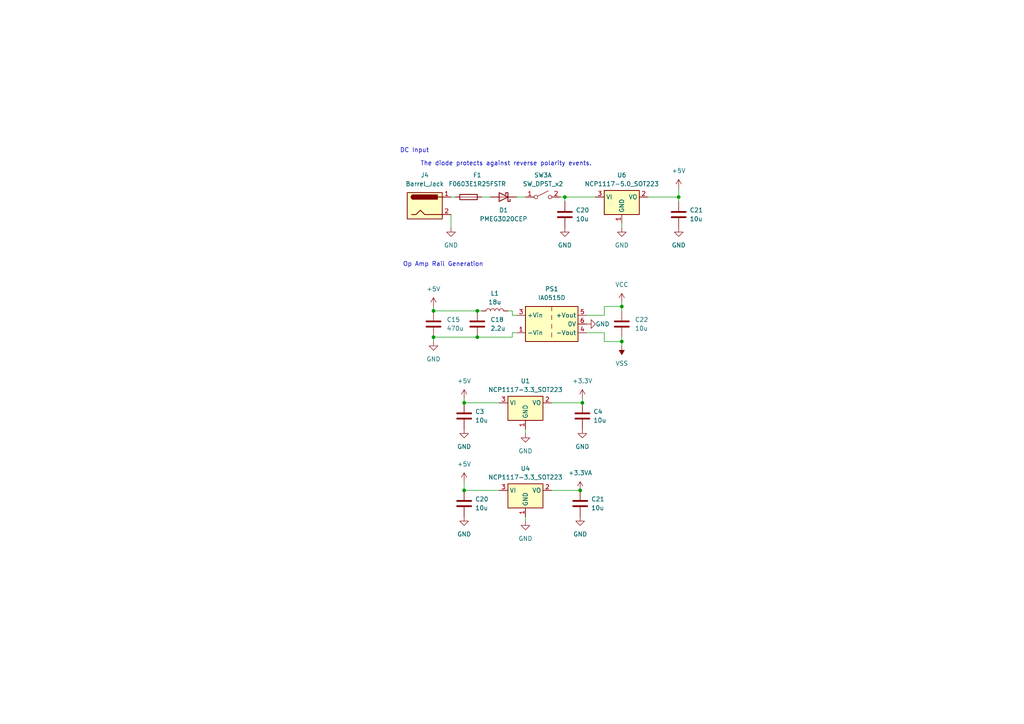
<source format=kicad_sch>
(kicad_sch (version 20230121) (generator eeschema)
  (paper "A4")
  (lib_symbols
    (symbol "Connector:Barrel_Jack" (pin_names (offset 1.016))
      (property "Reference" "J" (at 0 5.334 0))
      (property "Value" "Barrel_Jack" (at 0 -5.08 0))
      (symbol "Barrel_Jack_0_1"
        (rectangle (start -5.08 3.81) (end 5.08 -3.81) (stroke (width 0.254)) (fill (type background)))
        (arc (start -3.302 3.175) (mid -3.9343 2.54) (end -3.302 1.905) (stroke (width 0.254)))
        (arc (start -3.302 3.175) (mid -3.9343 2.54) (end -3.302 1.905) (stroke (width 0.254)) (fill (type outline)))
        (polyline (pts (xy 5.08 2.54) (xy 3.81 2.54)) (stroke (width 0.254)))
        (polyline (pts (xy -3.81 -2.54) (xy -2.54 -2.54) (xy -1.27 -1.27) (xy 0 -2.54) (xy 2.54 -2.54) (xy 5.08 -2.54)) (stroke (width 0.254)))
        (rectangle (start 3.683 3.175) (end -3.302 1.905) (stroke (width 0.254)) (fill (type outline)))
      )
      (symbol "Barrel_Jack_1_1"
        (pin passive line (at 7.62 2.54 180) (length 2.54) (name "~") (number "1"))
        (pin passive line (at 7.62 -2.54 180) (length 2.54) (name "~") (number "2"))
      )
    )
    (symbol "Converter_DCDC:IA0515D"
      (property "Reference" "PS" (at -7.62 6.35 0))
      (property "Value" "IA0515D" (at 1.27 6.35 0))
      (symbol "IA0515D_0_0"
        (pin power_in line (at -10.16 -2.54 0) (length 2.54) (name "-Vin") (number "1"))
        (pin power_in line (at -10.16 2.54 0) (length 2.54) (name "+Vin") (number "3"))
        (pin power_out line (at 10.16 -2.54 180) (length 2.54) (name "-Vout") (number "4"))
        (pin power_out line (at 10.16 2.54 180) (length 2.54) (name "+Vout") (number "5"))
        (pin power_out line (at 10.16 0 180) (length 2.54) (name "0V") (number "6"))
      )
      (symbol "IA0515D_0_1"
        (rectangle (start -7.62 5.08) (end 7.62 -5.08) (stroke (width 0.254)) (fill (type background)))
        (polyline (pts (xy 0 -2.54) (xy 0 -3.81)))
        (polyline (pts (xy 0 0) (xy 0 -1.27)))
        (polyline (pts (xy 0 2.54) (xy 0 1.27)))
        (polyline (pts (xy 0 5.08) (xy 0 3.81)))
      )
      (symbol "IA0515D_1_1"
        (pin no_connect line (at 0 -5.08 90) (length 2.54) hide (name "NC") (number "2"))
      )
    )
    (symbol "Device:C" (pin_numbers hide) (pin_names (offset 0.254))
      (property "Reference" "C" (at 0.635 2.54 0))
      (property "Value" "C" (at 0.635 -2.54 0))
      (symbol "C_0_1"
        (polyline (pts (xy -2.032 -0.762) (xy 2.032 -0.762)) (stroke (width 0.508)))
        (polyline (pts (xy -2.032 0.762) (xy 2.032 0.762)) (stroke (width 0.508)))
      )
      (symbol "C_1_1"
        (pin passive line (at 0 3.81 270) (length 2.794) (name "~") (number "1"))
        (pin passive line (at 0 -3.81 90) (length 2.794) (name "~") (number "2"))
      )
    )
    (symbol "Device:D_Schottky" (pin_numbers hide) (pin_names (offset 1.016) hide)
      (property "Reference" "D" (at 0 2.54 0))
      (property "Value" "D_Schottky" (at 0 -2.54 0))
      (symbol "D_Schottky_0_1"
        (polyline (pts (xy 1.27 0) (xy -1.27 0)))
        (polyline (pts (xy 1.27 1.27) (xy 1.27 -1.27) (xy -1.27 0) (xy 1.27 1.27)) (stroke (width 0.254)))
        (polyline (pts (xy -1.905 0.635) (xy -1.905 1.27) (xy -1.27 1.27) (xy -1.27 -1.27) (xy -0.635 -1.27) (xy -0.635 -0.635)) (stroke (width 0.254)))
      )
      (symbol "D_Schottky_1_1"
        (pin passive line (at -3.81 0 0) (length 2.54) (name "K") (number "1"))
        (pin passive line (at 3.81 0 180) (length 2.54) (name "A") (number "2"))
      )
    )
    (symbol "Device:Fuse" (pin_numbers hide) (pin_names (offset 0))
      (property "Reference" "F" (at 2.032 0 90))
      (property "Value" "Fuse" (at -1.905 0 90))
      (symbol "Fuse_0_1"
        (rectangle (start -0.762 -2.54) (end 0.762 2.54) (stroke (width 0.254)))
        (polyline (pts (xy 0 2.54) (xy 0 -2.54)))
      )
      (symbol "Fuse_1_1"
        (pin passive line (at 0 3.81 270) (length 1.27) (name "~") (number "1"))
        (pin passive line (at 0 -3.81 90) (length 1.27) (name "~") (number "2"))
      )
    )
    (symbol "Device:L" (pin_numbers hide) (pin_names (offset 1.016) hide)
      (property "Reference" "L" (at -1.27 0 90))
      (property "Value" "L" (at 1.905 0 90))
      (symbol "L_0_1"
        (arc (start 0 -2.54) (mid 0.6323 -1.905) (end 0 -1.27))
        (arc (start 0 -1.27) (mid 0.6323 -0.635) (end 0 0))
        (arc (start 0 0) (mid 0.6323 0.635) (end 0 1.27))
        (arc (start 0 1.27) (mid 0.6323 1.905) (end 0 2.54))
      )
      (symbol "L_1_1"
        (pin passive line (at 0 3.81 270) (length 1.27) (name "1") (number "1"))
        (pin passive line (at 0 -3.81 90) (length 1.27) (name "2") (number "2"))
      )
    )
    (symbol "Regulator_Linear:NCP1117-3.3_SOT223"
      (property "Reference" "U" (at -3.81 3.175 0))
      (property "Value" "NCP1117-3.3_SOT223" (at 0 3.175 0))
      (symbol "NCP1117-3.3_SOT223_0_1"
        (rectangle (start -5.08 -5.08) (end 5.08 1.905) (stroke (width 0.254)) (fill (type background)))
      )
      (symbol "NCP1117-3.3_SOT223_1_1"
        (pin power_in line (at 0 -7.62 90) (length 2.54) (name "GND") (number "1"))
        (pin power_out line (at 7.62 0 180) (length 2.54) (name "VO") (number "2"))
        (pin power_in line (at -7.62 0 0) (length 2.54) (name "VI") (number "3"))
      )
    )
    (symbol "Regulator_Linear:NCP1117-5.0_SOT223"
      (property "Reference" "U" (at -3.81 3.175 0))
      (property "Value" "NCP1117-5.0_SOT223" (at 0 3.175 0))
      (symbol "NCP1117-5.0_SOT223_0_1"
        (rectangle (start -5.08 -5.08) (end 5.08 1.905) (stroke (width 0.254)) (fill (type background)))
      )
      (symbol "NCP1117-5.0_SOT223_1_1"
        (pin power_in line (at 0 -7.62 90) (length 2.54) (name "GND") (number "1"))
        (pin power_out line (at 7.62 0 180) (length 2.54) (name "VO") (number "2"))
        (pin power_in line (at -7.62 0 0) (length 2.54) (name "VI") (number "3"))
      )
    )
    (symbol "Switch:SW_DPST_x2" (pin_names (offset 0) hide)
      (property "Reference" "SW" (at 0 3.175 0))
      (property "Value" "SW_DPST_x2" (at 0 -2.54 0))
      (symbol "SW_DPST_x2_0_0"
        (circle (center -2.032 0) (radius 0.508))
        (polyline (pts (xy -1.524 0.254) (xy 1.524 1.778)))
        (circle (center 2.032 0) (radius 0.508))
      )
      (symbol "SW_DPST_x2_1_1"
        (pin passive line (at -5.08 0 0) (length 2.54) (name "A") (number "1"))
        (pin passive line (at 5.08 0 180) (length 2.54) (name "B") (number "2"))
      )
      (symbol "SW_DPST_x2_2_1"
        (pin passive line (at -5.08 0 0) (length 2.54) (name "A") (number "3"))
        (pin passive line (at 5.08 0 180) (length 2.54) (name "B") (number "4"))
      )
    )
    (symbol "power:+3.3V" (power) (pin_names (offset 0))
      (property "Value" "+3.3V" (at 0 3.556 0))
      (symbol "+3.3V_0_1"
        (polyline (pts (xy -0.762 1.27) (xy 0 2.54)))
        (polyline (pts (xy 0 0) (xy 0 2.54)))
        (polyline (pts (xy 0 2.54) (xy 0.762 1.27)))
      )
      (symbol "+3.3V_1_1"
        (pin power_in line (at 0 0 90) (length 0) hide (name "+3.3V") (number "1"))
      )
    )
    (symbol "power:+3.3VA" (power) (pin_names (offset 0))
      (property "Value" "+3.3VA" (at 0 3.556 0))
      (symbol "+3.3VA_0_1"
        (polyline (pts (xy -0.762 1.27) (xy 0 2.54)))
        (polyline (pts (xy 0 0) (xy 0 2.54)))
        (polyline (pts (xy 0 2.54) (xy 0.762 1.27)))
      )
      (symbol "+3.3VA_1_1"
        (pin power_in line (at 0 0 90) (length 0) hide (name "+3.3VA") (number "1"))
      )
    )
    (symbol "power:+5V" (power) (pin_names (offset 0))
      (property "Value" "+5V" (at 0 3.556 0))
      (symbol "+5V_0_1"
        (polyline (pts (xy -0.762 1.27) (xy 0 2.54)))
        (polyline (pts (xy 0 0) (xy 0 2.54)))
        (polyline (pts (xy 0 2.54) (xy 0.762 1.27)))
      )
      (symbol "+5V_1_1"
        (pin power_in line (at 0 0 90) (length 0) hide (name "+5V") (number "1"))
      )
    )
    (symbol "power:GND" (power) (pin_names (offset 0))
      (property "Value" "GND" (at 0 -3.81 0))
      (symbol "GND_0_1"
        (polyline (pts (xy 0 0) (xy 0 -1.27) (xy 1.27 -1.27) (xy 0 -2.54) (xy -1.27 -1.27) (xy 0 -1.27)))
      )
      (symbol "GND_1_1"
        (pin power_in line (at 0 0 270) (length 0) hide (name "GND") (number "1"))
      )
    )
    (symbol "power:VCC" (power) (pin_names (offset 0))
      (property "Value" "VCC" (at 0 3.81 0))
      (symbol "VCC_0_1"
        (polyline (pts (xy -0.762 1.27) (xy 0 2.54)))
        (polyline (pts (xy 0 0) (xy 0 2.54)))
        (polyline (pts (xy 0 2.54) (xy 0.762 1.27)))
      )
      (symbol "VCC_1_1"
        (pin power_in line (at 0 0 90) (length 0) hide (name "VCC") (number "1"))
      )
    )
    (symbol "power:VSS" (power) (pin_names (offset 0))
      (property "Value" "VSS" (at 0 3.81 0))
      (symbol "VSS_0_1"
        (polyline (pts (xy 0 0) (xy 0 2.54)))
        (polyline (pts (xy 0.762 1.27) (xy -0.762 1.27) (xy 0 2.54) (xy 0.762 1.27)) (fill (type outline)))
      )
      (symbol "VSS_1_1"
        (pin power_in line (at 0 0 90) (length 0) hide (name "VSS") (number "1"))
      )
    )
  )
  (junction (at 138.43 90.17))
  (junction (at 180.34 99.06))
  (junction (at 163.83 57.15))
  (junction (at 196.85 57.15))
  (junction (at 180.34 88.9))
  (junction (at 168.275 142.24))
  (junction (at 168.91 116.84))
  (junction (at 138.43 97.79))
  (junction (at 125.73 97.79))
  (junction (at 134.62 142.24))
  (junction (at 134.62 116.84))
  (junction (at 125.73 90.17))
  (wire (pts (xy 125.73 97.79) (xy 125.73 99.06)))
  (wire (pts (xy 180.34 97.79) (xy 180.34 99.06)))
  (wire (pts (xy 147.32 90.17) (xy 148.59 90.17)))
  (wire (pts (xy 162.56 57.15) (xy 163.83 57.15)))
  (wire (pts (xy 196.85 54.61) (xy 196.85 57.15)))
  (wire (pts (xy 125.73 88.9) (xy 125.73 90.17)))
  (wire (pts (xy 175.26 99.06) (xy 175.26 96.52)))
  (wire (pts (xy 130.81 66.04) (xy 130.81 62.23)))
  (wire (pts (xy 170.18 96.52) (xy 175.26 96.52)))
  (wire (pts (xy 152.4 125.73) (xy 152.4 124.46)))
  (wire (pts (xy 139.7 57.15) (xy 142.24 57.15)))
  (wire (pts (xy 196.85 57.15) (xy 196.85 58.42)))
  (wire (pts (xy 152.4 151.13) (xy 152.4 149.86)))
  (wire (pts (xy 196.85 57.15) (xy 187.96 57.15)))
  (wire (pts (xy 148.59 91.44) (xy 149.86 91.44)))
  (wire (pts (xy 175.26 88.9) (xy 175.26 91.44)))
  (wire (pts (xy 180.34 99.06) (xy 180.34 100.33)))
  (wire (pts (xy 130.81 57.15) (xy 132.08 57.15)))
  (wire (pts (xy 138.43 90.17) (xy 125.73 90.17)))
  (wire (pts (xy 138.43 97.79) (xy 148.59 97.79)))
  (wire (pts (xy 134.62 139.7) (xy 134.62 142.24)))
  (wire (pts (xy 148.59 90.17) (xy 148.59 91.44)))
  (wire (pts (xy 175.26 99.06) (xy 180.34 99.06)))
  (wire (pts (xy 168.91 115.57) (xy 168.91 116.84)))
  (wire (pts (xy 138.43 90.17) (xy 139.7 90.17)))
  (wire (pts (xy 180.34 88.9) (xy 180.34 87.63)))
  (wire (pts (xy 175.26 91.44) (xy 170.18 91.44)))
  (wire (pts (xy 160.02 142.24) (xy 168.275 142.24)))
  (wire (pts (xy 175.26 88.9) (xy 180.34 88.9)))
  (wire (pts (xy 163.83 58.42) (xy 163.83 57.15)))
  (wire (pts (xy 163.83 57.15) (xy 172.72 57.15)))
  (wire (pts (xy 134.62 142.24) (xy 144.78 142.24)))
  (wire (pts (xy 160.02 116.84) (xy 168.91 116.84)))
  (wire (pts (xy 148.59 96.52) (xy 149.86 96.52)))
  (wire (pts (xy 134.62 115.57) (xy 134.62 116.84)))
  (wire (pts (xy 134.62 116.84) (xy 144.78 116.84)))
  (wire (pts (xy 180.34 66.04) (xy 180.34 64.77)))
  (wire (pts (xy 138.43 97.79) (xy 125.73 97.79)))
  (wire (pts (xy 180.34 88.9) (xy 180.34 90.17)))
  (wire (pts (xy 149.86 57.15) (xy 152.4 57.15)))
  (wire (pts (xy 148.59 97.79) (xy 148.59 96.52)))
  (text "DC Input" (at 124.46 44.45 0) (effects (font (size 1.27 1.27)) (justify right bottom)))
  (text "The diode protects against reverse polarity events." (at 121.92 48.26 0) (effects (font (size 1.27 1.27)) (justify left bottom)))
  (text "Op Amp Rail Generation" (at 116.84 77.47 0) (effects (font (size 1.27 1.27)) (justify left bottom)))
  (symbol (lib_id "power:GND") (at 134.62 149.86 0) (unit 1)
    (property "Reference" "#PWR027" (effects hide))
    (property "Value" "GND" (at 134.62 154.94 0))
    (instances (project "picoAWG" (path "" (reference "#PWR027") (unit 1)) (path "" (reference "#PWR024") (unit 1))))
  )
  (symbol (lib_id "Regulator_Linear:NCP1117-3.3_SOT223") (at 152.4 142.24 0) (unit 1)
    (property "Reference" "U4" (at 152.4 135.89 0))
    (property "Value" "NCP1117-3.3_SOT223" (at 152.4 138.43 0))
    (property "Footprint" "Package_TO_SOT_SMD:SOT-223-3_TabPin2" (effects hide))
    (property "Datasheet" "http://www.onsemi.com/pub_link/Collateral/NCP1117-D.PDF" (effects hide))
  )
  (symbol (lib_id "power:+5V") (at 134.62 115.57 0) (unit 1)
    (property "Reference" "#PWR021" (effects hide))
    (property "Value" "+5V" (at 134.62 110.49 0))
  )
  (symbol (lib_id "power:VSS") (at 180.34 100.33 180) (unit 1)
    (property "Reference" "#PWR035" (effects hide))
    (property "Value" "VSS" (at 180.34 105.41 0))
  )
  (symbol (lib_id "power:+5V") (at 125.73 88.9 0) (unit 1)
    (property "Reference" "#PWR018" (effects hide))
    (property "Value" "+5V" (at 125.73 83.82 0))
  )
  (symbol (lib_id "Device:C") (at 196.85 62.23 0) (unit 1)
    (property "Reference" "C21" (at 200.025 60.96 0) (effects (justify left)))
    (property "Value" "10u" (at 200.025 63.5 0) (effects (justify left)))
    (property "Footprint" "Capacitor_SMD:C_0603_1608Metric" (effects hide))
    (instances (project "picoAWG" (path "" (reference "C21") (unit 1)) (path "" (reference "C23") (unit 1))))
  )
  (symbol (lib_id "Device:C") (at 168.91 120.65 0) (unit 1)
    (property "Reference" "C4" (at 172.085 119.38 0) (effects (justify left)))
    (property "Value" "10u" (at 172.085 121.92 0) (effects (justify left)))
    (property "Footprint" "Capacitor_SMD:C_0603_1608Metric" (effects hide))
    (instances (project "picoAWG" (path "" (reference "C4") (unit 1)) (path "" (reference "C21") (unit 1))))
  )
  (symbol (lib_id "power:GND") (at 152.4 125.73 0) (unit 1)
    (property "Reference" "#PWR06" (effects hide))
    (property "Value" "GND" (at 152.4 130.81 0))
    (instances (project "picoAWG" (path "" (reference "#PWR06") (unit 1)) (path "" (reference "#PWR025") (unit 1))))
  )
  (symbol (lib_id "Device:Fuse") (at 135.89 57.15 90) (unit 1)
    (property "Reference" "F1" (at 138.43 50.8 90))
    (property "Value" "F0603E1R25FSTR" (at 138.43 53.34 90))
    (property "Footprint" "Fuse:Fuse_0603_1608Metric" (effects hide))
  )
  (symbol (lib_id "Device:C") (at 134.62 146.05 0) (unit 1)
    (property "Reference" "C20" (at 137.795 144.78 0) (effects (justify left)))
    (property "Value" "10u" (at 137.795 147.32 0) (effects (justify left)))
    (property "Footprint" "Capacitor_SMD:C_0603_1608Metric" (effects hide))
    (instances (project "picoAWG" (path "" (reference "C20") (unit 1)) (path "" (reference "C17") (unit 1))))
  )
  (symbol (lib_id "power:GND") (at 125.73 99.06 0) (unit 1)
    (property "Reference" "#PWR019" (effects hide))
    (property "Value" "GND" (at 125.73 104.14 0))
  )
  (symbol (lib_id "Regulator_Linear:NCP1117-5.0_SOT223") (at 180.34 57.15 0) (unit 1)
    (property "Reference" "U6" (at 180.34 50.8 0))
    (property "Value" "NCP1117-5.0_SOT223" (at 180.34 53.34 0))
    (property "Footprint" "Package_TO_SOT_SMD:SOT-223-3_TabPin2" (effects hide))
    (property "Datasheet" "http://www.onsemi.com/pub_link/Collateral/NCP1117-D.PDF" (effects hide))
    (instances (project "picoAWG" (path "" (reference "U6") (unit 1)) (path "" (reference "U5") (unit 1))))
  )
  (symbol (lib_id "power:GND") (at 168.91 124.46 0) (unit 1)
    (property "Reference" "#PWR010" (effects hide))
    (property "Value" "GND" (at 168.91 129.54 0))
    (instances (project "picoAWG" (path "" (reference "#PWR010") (unit 1)) (path "" (reference "#PWR031") (unit 1))))
  )
  (symbol (lib_id "power:GND") (at 130.81 66.04 0) (unit 1)
    (property "Reference" "#PWR020" (effects hide))
    (property "Value" "GND" (at 130.81 71.12 0))
  )
  (symbol (lib_id "power:GND") (at 180.34 66.04 0) (unit 1)
    (property "Reference" "#PWR028" (effects hide))
    (property "Value" "GND" (at 180.34 71.12 0))
    (instances (project "picoAWG" (path "" (reference "#PWR028") (unit 1)) (path "" (reference "#PWR033") (unit 1))))
  )
  (symbol (lib_id "Connector:Barrel_Jack") (at 123.19 59.69 0) (unit 1)
    (property "Reference" "J4" (at 123.19 50.8 0))
    (property "Value" "Barrel_Jack" (at 123.19 53.34 0))
    (property "Footprint" "Connector_BarrelJack:BarrelJack_SwitchcraftConxall_RAPC10U_Horizontal" (effects hide))
  )
  (symbol (lib_id "power:GND") (at 196.85 66.04 0) (unit 1)
    (property "Reference" "#PWR030" (effects hide))
    (property "Value" "GND" (at 196.85 71.12 0))
    (instances (project "picoAWG" (path "" (reference "#PWR030") (unit 1)) (path "" (reference "#PWR037") (unit 1))))
  )
  (symbol (lib_id "power:VCC") (at 180.34 87.63 0) (unit 1)
    (property "Reference" "#PWR034" (effects hide))
    (property "Value" "VCC" (at 180.34 82.55 0))
  )
  (symbol (lib_id "power:GND") (at 168.275 149.86 0) (unit 1)
    (property "Reference" "#PWR030" (effects hide))
    (property "Value" "GND" (at 168.275 154.94 0))
    (instances (project "picoAWG" (path "" (reference "#PWR030") (unit 1)) (path "" (reference "#PWR029") (unit 1))))
  )
  (symbol (lib_id "power:+5V") (at 196.85 54.61 0) (unit 1)
    (property "Reference" "#PWR036" (effects hide))
    (property "Value" "+5V" (at 196.85 49.53 0))
  )
  (symbol (lib_id "power:+5V") (at 134.62 139.7 0) (unit 1)
    (property "Reference" "#PWR023" (effects hide))
    (property "Value" "+5V" (at 134.62 134.62 0))
  )
  (symbol (lib_id "Converter_DCDC:IA0515D") (at 160.02 93.98 0) (unit 1)
    (property "Reference" "PS1" (at 160.02 83.82 0))
    (property "Value" "IA0515D" (at 160.02 86.36 0))
    (property "Footprint" "Converter_DCDC:Converter_DCDC_XP_POWER-IAxxxxD_THT" (effects hide))
    (property "Datasheet" "https://www.xppower.com/pdfs/SF_IA.pdf" (effects hide))
  )
  (symbol (lib_id "Device:C") (at 125.73 93.98 0) (unit 1)
    (property "Reference" "C15" (at 129.54 92.71 0) (effects (justify left)))
    (property "Value" "470u" (at 129.54 95.25 0) (effects (justify left)))
    (property "Footprint" "Capacitor_SMD:C_0603_1608Metric" (effects hide))
  )
  (symbol (lib_id "power:+3.3VA") (at 168.275 142.24 0) (unit 1)
    (property "Reference" "#PWR029" (effects hide))
    (property "Value" "+3.3VA" (at 168.275 137.16 0))
    (instances (project "picoAWG" (path "" (reference "#PWR029") (unit 1)) (path "" (reference "#PWR028") (unit 1))))
  )
  (symbol (lib_id "Device:C") (at 134.62 120.65 0) (unit 1)
    (property "Reference" "C3" (at 137.795 119.38 0) (effects (justify left)))
    (property "Value" "10u" (at 137.795 121.92 0) (effects (justify left)))
    (property "Footprint" "Capacitor_SMD:C_0603_1608Metric" (effects hide))
    (instances (project "picoAWG" (path "" (reference "C3") (unit 1)) (path "" (reference "C16") (unit 1))))
  )
  (symbol (lib_id "Regulator_Linear:NCP1117-3.3_SOT223") (at 152.4 116.84 0) (unit 1)
    (property "Reference" "U1" (at 152.4 110.49 0))
    (property "Value" "NCP1117-3.3_SOT223" (at 152.4 113.03 0))
    (property "Footprint" "Package_TO_SOT_SMD:SOT-223-3_TabPin2" (effects hide))
    (property "Datasheet" "http://www.onsemi.com/pub_link/Collateral/NCP1117-D.PDF" (effects hide))
    (instances (project "picoAWG" (path "" (reference "U1") (unit 1)) (path "" (reference "U3") (unit 1))))
  )
  (symbol (lib_id "power:GND") (at 134.62 124.46 0) (unit 1)
    (property "Reference" "#PWR05" (effects hide))
    (property "Value" "GND" (at 134.62 129.54 0))
    (instances (project "picoAWG" (path "" (reference "#PWR05") (unit 1)) (path "" (reference "#PWR022") (unit 1))))
  )
  (symbol (lib_id "Device:L") (at 143.51 90.17 90) (unit 1)
    (property "Reference" "L1" (at 143.51 85.09 90))
    (property "Value" "18u" (at 143.51 87.63 90))
    (property "Footprint" "Inductor_SMD:L_0603_1608Metric" (effects hide))
  )
  (symbol (lib_id "power:GND") (at 170.18 93.98 90) (unit 1)
    (property "Reference" "#PWR032" (effects hide))
    (property "Value" "GND" (at 172.72 93.98 90) (effects (justify right)))
  )
  (symbol (lib_id "power:GND") (at 163.83 66.04 0) (unit 1)
    (property "Reference" "#PWR027" (effects hide))
    (property "Value" "GND" (at 163.83 71.12 0))
  )
  (symbol (lib_id "Device:D_Schottky") (at 146.05 57.15 180) (unit 1)
    (property "Reference" "D1" (at 146.05 60.96 0))
    (property "Value" "PMEG3020CEP" (at 146.05 63.5 0))
    (property "Footprint" "Diode_SMD:D_0603_1608Metric" (effects hide))
  )
  (symbol (lib_id "Device:C") (at 163.83 62.23 0) (unit 1)
    (property "Reference" "C20" (at 167.005 60.96 0) (effects (justify left)))
    (property "Value" "10u" (at 167.005 63.5 0) (effects (justify left)))
    (property "Footprint" "Capacitor_SMD:C_0603_1608Metric" (effects hide))
    (instances (project "picoAWG" (path "" (reference "C20") (unit 1)) (path "" (reference "C19") (unit 1))))
  )
  (symbol (lib_id "power:+3.3V") (at 168.91 115.57 0) (unit 1)
    (property "Reference" "#PWR09" (effects hide))
    (property "Value" "+3.3V" (at 168.91 110.49 0))
    (instances (project "picoAWG" (path "" (reference "#PWR09") (unit 1)) (path "" (reference "#PWR030") (unit 1))))
  )
  (symbol (lib_id "Switch:SW_DPST_x2") (at 157.48 57.15 0) (unit 1)
    (property "Reference" "SW3" (at 157.48 50.8 0))
    (property "Value" "SW_DPST_x2" (at 157.48 53.34 0))
    (property "Footprint" "Button_Switch_THT:SW_Push_2P1T_Toggle_CK_PVA1xxH1xxxxxxV2" (effects hide))
  )
  (symbol (lib_id "power:GND") (at 152.4 151.13 0) (unit 1)
    (property "Reference" "#PWR028" (effects hide))
    (property "Value" "GND" (at 152.4 156.21 0))
    (instances (project "picoAWG" (path "" (reference "#PWR028") (unit 1)) (path "" (reference "#PWR026") (unit 1))))
  )
  (symbol (lib_id "Device:C") (at 138.43 93.98 0) (unit 1)
    (property "Reference" "C18" (at 142.24 92.71 0) (effects (justify left)))
    (property "Value" "2.2u" (at 142.24 95.25 0) (effects (justify left)))
    (property "Footprint" "Capacitor_SMD:C_0603_1608Metric" (effects hide))
  )
  (symbol (lib_id "Device:C") (at 180.34 93.98 0) (unit 1)
    (property "Reference" "C22" (at 184.15 92.71 0) (effects (justify left)))
    (property "Value" "10u" (at 184.15 95.25 0) (effects (justify left)))
    (property "Footprint" "Capacitor_SMD:C_0603_1608Metric" (effects hide))
  )
  (symbol (lib_id "Device:C") (at 168.275 146.05 0) (unit 1)
    (property "Reference" "C21" (at 171.45 144.78 0) (effects (justify left)))
    (property "Value" "10u" (at 171.45 147.32 0) (effects (justify left)))
    (property "Footprint" "Capacitor_SMD:C_0603_1608Metric" (effects hide))
    (instances (project "picoAWG" (path "" (reference "C21") (unit 1)) (path "" (reference "C20") (unit 1))))
  )
)
</source>
